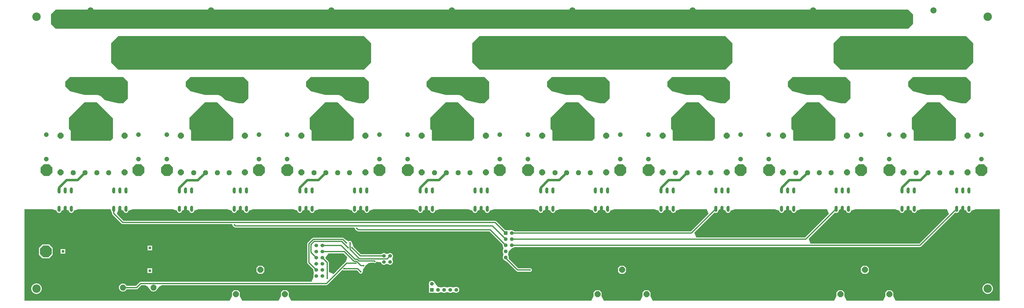
<source format=gbl>
G04*
G04 #@! TF.GenerationSoftware,Altium Limited,Altium Designer,19.1.9 (167)*
G04*
G04 Layer_Physical_Order=2*
G04 Layer_Color=16711680*
%FSLAX44Y44*%
%MOMM*%
G71*
G01*
G75*
%ADD74C,0.5000*%
%ADD78C,1.0000*%
%ADD80C,3.5001*%
%ADD81C,1.5500*%
%ADD82R,1.5500X1.5500*%
%ADD83P,5.3240X8X292.5*%
%ADD84P,3.9930X8X292.5*%
%ADD85P,3.9930X8X202.5*%
%ADD86C,2.5000*%
%ADD87P,2.6620X8X22.5*%
%ADD88P,2.0231X8X292.5*%
%ADD89P,2.2893X8X112.5*%
%ADD90C,1.5240*%
%ADD91R,1.5500X1.5500*%
%ADD92P,3.5741X8X292.5*%
%ADD93C,3.8100*%
%ADD94C,2.5400*%
%ADD95O,1.2700X2.5400*%
%ADD96C,1.1000*%
%ADD97R,1.1000X1.1000*%
%ADD98P,2.6620X8X292.5*%
%ADD99C,0.7000*%
G36*
X3890000Y2939907D02*
Y2899907D01*
X3870185Y2880093D01*
X3590000Y2880093D01*
X3590000Y2880093D01*
X3587643Y2879907D01*
X3112358D01*
X3110001Y2880093D01*
X3110000Y2880093D01*
X3110000D01*
X2090000Y2880092D01*
X2087644Y2879907D01*
X1612358D01*
X1610000Y2880093D01*
X1610000Y2880093D01*
X1610000D01*
X590000Y2880093D01*
X587643Y2879907D01*
X330000D01*
X310000Y2899907D01*
Y2939907D01*
X330000Y2959907D01*
X3870000D01*
X3890000Y2939907D01*
D02*
G37*
G36*
X4140000Y2820000D02*
X4140000Y2740000D01*
X4110086Y2710086D01*
X4110000Y2710093D01*
X4110000Y2710093D01*
X3890000D01*
X3890000Y2710093D01*
X3888822Y2710000D01*
X3611179Y2710000D01*
X3610000Y2710093D01*
X3610000Y2710093D01*
X3589907D01*
X3560000Y2740000D01*
X3560000Y2820000D01*
X3590000Y2850000D01*
X4110000Y2850000D01*
X4140000Y2820000D01*
D02*
G37*
G36*
X3140000Y2820000D02*
X3140000Y2740000D01*
X3110086Y2710086D01*
X3110000Y2710093D01*
X3110000Y2710093D01*
X2890000D01*
X2890000Y2710093D01*
X2888821Y2710000D01*
X2611179Y2710000D01*
X2610000Y2710093D01*
X2610000Y2710093D01*
X2390000D01*
X2390000Y2710093D01*
X2388820Y2710000D01*
X2111180Y2710000D01*
X2110000Y2710093D01*
X2110000Y2710093D01*
X2089907D01*
X2060000Y2740000D01*
X2060000Y2820000D01*
X2090000Y2850000D01*
X3110000Y2850000D01*
X3140000Y2820000D01*
D02*
G37*
G36*
X1640000D02*
X1640000Y2740000D01*
X1610086Y2710086D01*
X1610000Y2710093D01*
X1610000Y2710093D01*
X1390000D01*
X1390000Y2710093D01*
X1388821Y2710000D01*
X1111179Y2710000D01*
X1110000Y2710093D01*
X1110000Y2710093D01*
X890000D01*
X890000Y2710093D01*
X888820Y2710000D01*
X611180Y2710000D01*
X610000Y2710093D01*
X610000Y2710093D01*
X589907D01*
X560000Y2740000D01*
X560000Y2820000D01*
X590000Y2850000D01*
X1610000Y2850000D01*
X1640000Y2820000D01*
D02*
G37*
G36*
X4130000Y2660000D02*
Y2590000D01*
X4110000Y2570000D01*
X4090000D01*
X4050000Y2580000D01*
X4033410Y2584147D01*
X4021279Y2596279D01*
X4017688Y2599346D01*
X4013662Y2601813D01*
X4009299Y2603620D01*
X4004708Y2604722D01*
X4000000Y2605093D01*
X4000000Y2605093D01*
X3950000D01*
X3949718Y2605070D01*
X3890000Y2620000D01*
X3870000Y2640000D01*
X3870000Y2660000D01*
X3890000Y2680000D01*
X4110000D01*
X4130000Y2660000D01*
D02*
G37*
G36*
X3630000Y2660000D02*
Y2590000D01*
X3610000Y2570000D01*
X3590000D01*
X3550000Y2580000D01*
X3533410Y2584147D01*
X3521279Y2596279D01*
X3517688Y2599346D01*
X3513662Y2601813D01*
X3509299Y2603620D01*
X3504708Y2604722D01*
X3500000Y2605093D01*
X3500000Y2605093D01*
X3450000D01*
X3449718Y2605070D01*
X3390000Y2620000D01*
X3370000Y2640000D01*
X3370000Y2660000D01*
X3390000Y2680000D01*
X3610000D01*
X3630000Y2660000D01*
D02*
G37*
G36*
X3130000D02*
Y2590000D01*
X3110000Y2570000D01*
X3090000D01*
X3050000Y2580000D01*
X3033410Y2584147D01*
X3021279Y2596279D01*
X3017688Y2599346D01*
X3013662Y2601813D01*
X3009299Y2603620D01*
X3004708Y2604722D01*
X3000000Y2605093D01*
X3000000Y2605093D01*
X2950000D01*
X2949718Y2605070D01*
X2890000Y2620000D01*
X2870000Y2640000D01*
X2870000Y2660000D01*
X2890000Y2680000D01*
X3110000D01*
X3130000Y2660000D01*
D02*
G37*
G36*
X2630000D02*
Y2590000D01*
X2610000Y2570000D01*
X2590000D01*
X2550000Y2580000D01*
X2533410Y2584147D01*
X2521279Y2596279D01*
X2517688Y2599346D01*
X2513662Y2601813D01*
X2509299Y2603620D01*
X2504707Y2604722D01*
X2500000Y2605093D01*
X2500000Y2605093D01*
X2450000D01*
X2449718Y2605070D01*
X2390000Y2620000D01*
X2370000Y2640000D01*
X2370000Y2660000D01*
X2390000Y2680000D01*
X2610000D01*
X2630000Y2660000D01*
D02*
G37*
G36*
X2130000Y2660000D02*
Y2590000D01*
X2110000Y2570000D01*
X2090000D01*
X2050000Y2580000D01*
X2033410Y2584147D01*
X2021279Y2596279D01*
X2017688Y2599346D01*
X2013662Y2601813D01*
X2009299Y2603620D01*
X2004707Y2604722D01*
X2000000Y2605093D01*
X2000000Y2605093D01*
X1950000D01*
X1949718Y2605070D01*
X1890000Y2620000D01*
X1870000Y2640000D01*
X1870000Y2660000D01*
X1890000Y2680000D01*
X2110000D01*
X2130000Y2660000D01*
D02*
G37*
G36*
X1630000Y2660000D02*
Y2590000D01*
X1610000Y2570000D01*
X1590000D01*
X1550000Y2580000D01*
X1533410Y2584147D01*
X1521279Y2596279D01*
X1517688Y2599346D01*
X1513662Y2601813D01*
X1509299Y2603620D01*
X1504707Y2604722D01*
X1500000Y2605093D01*
X1500000Y2605093D01*
X1450000D01*
X1449718Y2605070D01*
X1390000Y2620000D01*
X1370000Y2640000D01*
X1370000Y2660000D01*
X1390000Y2680000D01*
X1610000D01*
X1630000Y2660000D01*
D02*
G37*
G36*
X1130000D02*
Y2590000D01*
X1110000Y2570000D01*
X1090000D01*
X1050000Y2580000D01*
X1033410Y2584147D01*
X1021279Y2596279D01*
X1017688Y2599346D01*
X1013662Y2601813D01*
X1009299Y2603620D01*
X1004707Y2604722D01*
X1000000Y2605093D01*
X1000000Y2605093D01*
X950000D01*
X949718Y2605070D01*
X890000Y2620000D01*
X870000Y2640000D01*
X870000Y2660000D01*
X890000Y2680000D01*
X1110000D01*
X1130000Y2660000D01*
D02*
G37*
G36*
X630000D02*
Y2590000D01*
X610000Y2570000D01*
X590000D01*
X550000Y2580000D01*
X533410Y2584147D01*
X521279Y2596279D01*
X517688Y2599346D01*
X513662Y2601813D01*
X509299Y2603620D01*
X504707Y2604722D01*
X500000Y2605093D01*
X500000Y2605093D01*
X450000D01*
X449718Y2605070D01*
X390000Y2620000D01*
X370000Y2640000D01*
X370000Y2660000D01*
X390000Y2680000D01*
X610000D01*
X630000Y2660000D01*
D02*
G37*
G36*
X4067500Y2507500D02*
Y2425000D01*
X4057500Y2415000D01*
X3895000Y2415000D01*
X3892297Y2417703D01*
Y2457348D01*
X3885000Y2464645D01*
X3885000Y2510000D01*
X3950000Y2575000D01*
X4000000D01*
X4067500Y2507500D01*
D02*
G37*
G36*
X3567500D02*
Y2425000D01*
X3557500Y2415000D01*
X3395000Y2415000D01*
X3392297Y2417703D01*
Y2457348D01*
X3385000Y2464645D01*
X3385000Y2510000D01*
X3450000Y2575000D01*
X3500000D01*
X3567500Y2507500D01*
D02*
G37*
G36*
X3067500D02*
Y2425000D01*
X3057500Y2415000D01*
X2895000Y2415000D01*
X2892297Y2417703D01*
Y2457348D01*
X2885000Y2464645D01*
X2885000Y2510000D01*
X2950000Y2575000D01*
X3000000D01*
X3067500Y2507500D01*
D02*
G37*
G36*
X2567500D02*
Y2425000D01*
X2557500Y2415000D01*
X2395000Y2415000D01*
X2392297Y2417703D01*
Y2457348D01*
X2385000Y2464645D01*
X2385000Y2510000D01*
X2450000Y2575000D01*
X2500000D01*
X2567500Y2507500D01*
D02*
G37*
G36*
X2067500D02*
Y2425000D01*
X2057500Y2415000D01*
X1895000Y2415000D01*
X1892297Y2417703D01*
Y2457348D01*
X1885000Y2464645D01*
X1885000Y2510000D01*
X1950000Y2575000D01*
X2000000D01*
X2067500Y2507500D01*
D02*
G37*
G36*
X1567500D02*
Y2425000D01*
X1557500Y2415000D01*
X1395000Y2415000D01*
X1392297Y2417703D01*
Y2457348D01*
X1385000Y2464645D01*
X1385000Y2510000D01*
X1450000Y2575000D01*
X1500000D01*
X1567500Y2507500D01*
D02*
G37*
G36*
X1067500D02*
Y2425000D01*
X1057500Y2415000D01*
X895000Y2415000D01*
X892297Y2417703D01*
Y2457348D01*
X885000Y2464645D01*
X885000Y2510000D01*
X950000Y2575000D01*
X1000000D01*
X1067500Y2507500D01*
D02*
G37*
G36*
X567500D02*
Y2425000D01*
X557500Y2415000D01*
X395000Y2415000D01*
X392297Y2417703D01*
Y2457348D01*
X385000Y2464645D01*
X385000Y2510000D01*
X450000Y2575000D01*
X500000D01*
X567500Y2507500D01*
D02*
G37*
G36*
X3040819Y2111522D02*
X2967132Y2037836D01*
X2233954D01*
X2233143Y2039793D01*
X2224150Y2043518D01*
X2224150Y2043518D01*
X2210500Y2042550D01*
X2202681D01*
X2195325Y2044175D01*
X2159525Y2079975D01*
X2154550Y2082036D01*
X2154550Y2082036D01*
X611664D01*
X590635Y2103064D01*
X584170Y2111205D01*
X591503Y2130000D01*
X593881D01*
X611391Y2123989D01*
X611391Y2123989D01*
X614025Y2117628D01*
X614025D01*
X621947Y2114347D01*
X629868Y2117628D01*
X629868D01*
X632503Y2123989D01*
X632503D01*
X632503Y2123989D01*
X650013Y2130000D01*
X815987D01*
X833497Y2123989D01*
X833497Y2123988D01*
X836132Y2117628D01*
X836132D01*
X844053Y2114347D01*
X851975Y2117628D01*
X851975D01*
X854609Y2123988D01*
X854609D01*
X854609Y2123989D01*
X869453Y2129085D01*
X884297Y2123989D01*
X884297Y2123988D01*
X886932Y2117628D01*
X886932D01*
X894853Y2114347D01*
X902775Y2117628D01*
X902775D01*
X905409Y2123988D01*
X905409D01*
X905409Y2123989D01*
X922919Y2130000D01*
X1043081D01*
X1060591Y2123989D01*
X1060591Y2123988D01*
X1063225Y2117628D01*
X1063225D01*
X1071147Y2114347D01*
X1079068Y2117628D01*
X1079068D01*
X1081703Y2123988D01*
X1081703D01*
X1081703Y2123989D01*
X1096547Y2129085D01*
X1111391Y2123989D01*
X1111391Y2123988D01*
X1114025Y2117628D01*
X1114025D01*
X1121947Y2114347D01*
X1129868Y2117628D01*
X1129868D01*
X1132503Y2123988D01*
X1132503D01*
X1132503Y2123989D01*
X1150013Y2130000D01*
X1315987D01*
X1333497Y2123989D01*
X1333497Y2123988D01*
X1336131Y2117628D01*
X1336132D01*
X1344053Y2114347D01*
X1351975Y2117628D01*
X1351975D01*
X1354609Y2123988D01*
X1354609D01*
X1354609Y2123989D01*
X1369453Y2129085D01*
X1384297Y2123989D01*
X1384297Y2123988D01*
X1386931Y2117628D01*
X1386932D01*
X1394853Y2114347D01*
X1402775Y2117628D01*
X1402775D01*
X1405409Y2123988D01*
X1405409D01*
X1405409Y2123989D01*
X1422919Y2130000D01*
X1543081D01*
X1560591Y2123989D01*
X1560591Y2123988D01*
X1563225Y2117628D01*
X1563225D01*
X1571147Y2114347D01*
X1579068Y2117628D01*
X1579068D01*
X1581703Y2123988D01*
X1581703D01*
X1581703Y2123989D01*
X1596547Y2129085D01*
X1611391Y2123989D01*
X1611391Y2123988D01*
X1614025Y2117628D01*
X1614025D01*
X1621947Y2114347D01*
X1629868Y2117628D01*
X1629868D01*
X1632503Y2123988D01*
X1632503D01*
X1632503Y2123989D01*
X1650013Y2130000D01*
X1815987D01*
X1833497Y2123989D01*
X1833497Y2123988D01*
X1836131Y2117628D01*
X1836132D01*
X1844053Y2114347D01*
X1851975Y2117628D01*
X1851975D01*
X1854609Y2123988D01*
X1854609D01*
X1854609Y2123989D01*
X1869453Y2129085D01*
X1884297Y2123989D01*
X1884297Y2123988D01*
X1886931Y2117628D01*
X1886932D01*
X1894853Y2114347D01*
X1902775Y2117628D01*
X1902775D01*
X1905409Y2123988D01*
X1905409D01*
X1905409Y2123989D01*
X1922919Y2130000D01*
X2043081D01*
X2060591Y2123989D01*
X2060591Y2123988D01*
X2063225Y2117628D01*
X2063225D01*
X2071147Y2114347D01*
X2079068Y2117628D01*
X2079068D01*
X2081703Y2123988D01*
X2081703D01*
X2081703Y2123989D01*
X2096547Y2129085D01*
X2111391Y2123989D01*
X2111391Y2123988D01*
X2114025Y2117628D01*
X2114025D01*
X2121947Y2114347D01*
X2129868Y2117628D01*
X2129868D01*
X2132503Y2123988D01*
X2132503D01*
X2132503Y2123989D01*
X2150013Y2130000D01*
X2315987D01*
X2333497Y2123989D01*
X2333497Y2123988D01*
X2336131Y2117628D01*
X2336132D01*
X2344053Y2114347D01*
X2351975Y2117628D01*
X2351975D01*
X2354609Y2123988D01*
X2354609D01*
X2354609Y2123989D01*
X2369453Y2129085D01*
X2384297Y2123989D01*
X2384297Y2123988D01*
X2386931Y2117628D01*
X2386932D01*
X2394853Y2114347D01*
X2402775Y2117628D01*
X2402775D01*
X2405409Y2123988D01*
X2405409D01*
X2405409Y2123989D01*
X2422919Y2130000D01*
X2543081D01*
X2560591Y2123989D01*
X2560591Y2123988D01*
X2563225Y2117628D01*
X2563225D01*
X2571147Y2114347D01*
X2579068Y2117628D01*
X2579068D01*
X2581703Y2123988D01*
X2581703D01*
X2581703Y2123989D01*
X2596547Y2129085D01*
X2611391Y2123989D01*
X2611391Y2123988D01*
X2614025Y2117628D01*
X2614025D01*
X2621947Y2114347D01*
X2629868Y2117628D01*
X2629868D01*
X2632503Y2123988D01*
X2632503D01*
X2632503Y2123989D01*
X2650013Y2130000D01*
X2815987D01*
X2833497Y2123989D01*
X2833497Y2123989D01*
X2836132Y2117628D01*
X2836132D01*
X2844053Y2114347D01*
X2851974Y2117628D01*
X2851975D01*
X2854609Y2123989D01*
X2854609D01*
X2854609Y2123989D01*
X2869453Y2129085D01*
X2884297Y2123989D01*
X2884297Y2123989D01*
X2886931Y2117628D01*
X2886931D01*
X2894853Y2114347D01*
X2902775Y2117628D01*
X2902775D01*
X2905409Y2123989D01*
X2905409D01*
X2905409Y2123989D01*
X2922919Y2130000D01*
X3033166D01*
X3040819Y2111522D01*
D02*
G37*
G36*
X4250000Y1750000D02*
X3817529D01*
X3807897Y1768652D01*
X3807897Y1770000D01*
Y1784949D01*
X3799749Y1793097D01*
X3783452D01*
X3775303Y1784949D01*
Y1770000D01*
X3775303Y1768652D01*
X3765671Y1750000D01*
X3614329D01*
X3604697Y1768652D01*
X3604697Y1770000D01*
Y1784949D01*
X3596548Y1793097D01*
X3580252D01*
X3572103Y1784949D01*
Y1770000D01*
X3572103Y1768652D01*
X3562471Y1750000D01*
X2809129D01*
X2799496Y1768652D01*
X2799496Y1770000D01*
Y1784949D01*
X2791348Y1793097D01*
X2775051D01*
X2766903Y1784949D01*
Y1770000D01*
X2766903Y1768652D01*
X2757271Y1750000D01*
X2605929D01*
X2596296Y1768652D01*
X2596296Y1770000D01*
Y1784949D01*
X2588148Y1793097D01*
X2571852D01*
X2563703Y1784949D01*
Y1770000D01*
X2563703Y1768652D01*
X2554071Y1750000D01*
X1307529D01*
X1297897Y1768652D01*
X1297897Y1770000D01*
Y1784949D01*
X1289748Y1793097D01*
X1273452D01*
X1265303Y1784949D01*
Y1770000D01*
X1265303Y1768652D01*
X1255671Y1750000D01*
X1104329D01*
X1094697Y1768652D01*
X1094697Y1770000D01*
Y1784949D01*
X1086548Y1793097D01*
X1070252D01*
X1062103Y1784949D01*
Y1770000D01*
X1062103Y1768652D01*
X1052471Y1750000D01*
X200000D01*
Y2130000D01*
X315987D01*
X333497Y2123989D01*
X333497Y2123989D01*
X336132Y2117628D01*
X336132D01*
X344053Y2114347D01*
X351975Y2117628D01*
X351975D01*
X354609Y2123989D01*
X354609D01*
X354609Y2123989D01*
X369453Y2129085D01*
X384297Y2123989D01*
X384297Y2123989D01*
X386931Y2117628D01*
X386932D01*
X394853Y2114347D01*
X402775Y2117628D01*
X402775D01*
X405409Y2123989D01*
X405409D01*
X405409Y2123989D01*
X422919Y2130000D01*
X557826D01*
X564111Y2112603D01*
X566172Y2107628D01*
X603775Y2070025D01*
X603775Y2070025D01*
X608750Y2067964D01*
X608750Y2067964D01*
X1061901D01*
X1063882Y2065000D01*
X1066260Y2059260D01*
X1069695Y2057355D01*
X1071260Y2055791D01*
X1071260Y2055791D01*
X1076234Y2053730D01*
X1076235Y2053730D01*
X1076235Y2053730D01*
X1078743Y2053730D01*
X1569901D01*
X1571882Y2050765D01*
X1574260Y2045025D01*
X1576873Y2043943D01*
X1580790Y2040025D01*
X1580790Y2040025D01*
X1585765Y2037964D01*
X2130836D01*
X2185375Y1983425D01*
X2186097Y1980157D01*
X2186032Y1980000D01*
X2186032Y1980000D01*
X2188916Y1967300D01*
X2186032Y1954600D01*
X2186032Y1954600D01*
X2186032Y1954600D01*
X2188916Y1941900D01*
X2186032Y1929200D01*
X2186032Y1929200D01*
X2189757Y1920207D01*
X2190944Y1919715D01*
X2191891Y1919066D01*
X2196688Y1915775D01*
X2206518Y1909032D01*
X2207622Y1907928D01*
X2234486Y1881064D01*
X2243025Y1872525D01*
X2243025Y1872525D01*
X2248000Y1870464D01*
X2248000Y1870464D01*
X2287465D01*
X2296637Y1870464D01*
X2299250Y1869382D01*
X2304990Y1871760D01*
X2307368Y1877500D01*
X2304990Y1883240D01*
X2299250Y1885618D01*
X2296637Y1884536D01*
X2287396Y1884536D01*
X2260482D01*
X2250914Y1884536D01*
X2243888Y1891562D01*
X2219697Y1915752D01*
X2210284Y1925166D01*
X2210774Y1927269D01*
X2211468Y1929200D01*
X2211468Y1929200D01*
X2211283Y1930017D01*
X2210781Y1932227D01*
X2208585Y1941900D01*
X2211468Y1954600D01*
X2211468Y1954600D01*
X2224150Y1967282D01*
X2233143Y1971007D01*
X2233954Y1972964D01*
X3919247D01*
X3919247Y1972964D01*
X3924222Y1975025D01*
X4065771Y2116574D01*
X4071147Y2114347D01*
X4079068Y2117628D01*
X4082350Y2125550D01*
X4086800Y2130000D01*
X4093881D01*
X4111391Y2123989D01*
X4111391Y2123988D01*
X4114025Y2117628D01*
X4114025D01*
X4121947Y2114347D01*
X4129868Y2117628D01*
X4129868D01*
X4132503Y2123988D01*
X4132503D01*
X4132503Y2123989D01*
X4150013Y2130000D01*
X4250000D01*
Y1750000D01*
D02*
G37*
G36*
X4039297Y2110000D02*
X3916333Y1987036D01*
X3464517D01*
X3456232Y2007036D01*
X3565771Y2116574D01*
X3571147Y2114347D01*
X3579068Y2117628D01*
X3582350Y2125550D01*
X3586800Y2130000D01*
X3593881D01*
X3611391Y2123989D01*
X3611391Y2123988D01*
X3614025Y2117628D01*
X3614025D01*
X3621947Y2114347D01*
X3629868Y2117628D01*
X3629868D01*
X3632503Y2123988D01*
X3632503D01*
X3632503Y2123989D01*
X3650013Y2130000D01*
X3815987D01*
X3833497Y2123989D01*
X3833497Y2123988D01*
X3836132Y2117628D01*
X3836132D01*
X3844053Y2114347D01*
X3851974Y2117628D01*
X3851975D01*
X3854609Y2123988D01*
X3854609D01*
X3854609Y2123989D01*
X3869453Y2129085D01*
X3884297Y2123989D01*
X3884297Y2123988D01*
X3886931Y2117628D01*
X3886931D01*
X3894853Y2114347D01*
X3902775Y2117628D01*
X3902775D01*
X3905409Y2123988D01*
X3905409D01*
X3905409Y2123989D01*
X3922919Y2130000D01*
X4031013D01*
X4039297Y2110000D01*
D02*
G37*
G36*
X3540820Y2111522D02*
X3441733Y2012435D01*
X2989916D01*
X2981632Y2032435D01*
X3065771Y2116574D01*
X3071147Y2114347D01*
X3079068Y2117628D01*
X3082350Y2125550D01*
X3086800Y2130000D01*
X3093881D01*
X3111391Y2123989D01*
X3111391Y2123989D01*
X3114025Y2117628D01*
X3114025D01*
X3121947Y2114347D01*
X3129868Y2117628D01*
X3129868D01*
X3132503Y2123989D01*
X3132503D01*
X3132503Y2123989D01*
X3150013Y2130000D01*
X3315987D01*
X3333497Y2123989D01*
X3333497Y2123988D01*
X3336132Y2117628D01*
X3336132D01*
X3344053Y2114347D01*
X3351974Y2117628D01*
X3351975D01*
X3354609Y2123988D01*
X3354609D01*
X3354609Y2123989D01*
X3369453Y2129085D01*
X3384297Y2123989D01*
X3384297Y2123988D01*
X3386931Y2117628D01*
X3386931D01*
X3394853Y2114347D01*
X3402775Y2117628D01*
X3402775D01*
X3405409Y2123988D01*
X3405409D01*
X3405409Y2123989D01*
X3422919Y2130000D01*
X3533166D01*
X3540820Y2111522D01*
D02*
G37*
%LPC*%
G36*
X730500Y1978500D02*
X711500D01*
Y1959500D01*
X730500D01*
Y1978500D01*
D02*
G37*
G36*
X369500Y1964500D02*
X350500D01*
Y1945500D01*
X369500D01*
Y1964500D01*
D02*
G37*
G36*
X303297Y1983593D02*
X274703D01*
X260407Y1969297D01*
Y1940703D01*
X274703Y1926407D01*
X303297D01*
X317593Y1940703D01*
Y1969297D01*
X303297Y1983593D01*
D02*
G37*
G36*
X1399686Y2011536D02*
X1394711Y2009475D01*
Y2009475D01*
X1376525Y1991289D01*
X1374464Y1986314D01*
X1374465Y1986314D01*
Y1956186D01*
X1374464Y1915484D01*
Y1908400D01*
X1374464Y1908399D01*
X1376525Y1903425D01*
X1381311Y1898639D01*
X1387112Y1892838D01*
X1394819Y1885131D01*
X1398974Y1880976D01*
X1399691Y1877732D01*
X1399673Y1877650D01*
X1399673Y1877650D01*
X1400154Y1874547D01*
X1401643Y1864950D01*
X1399673Y1852250D01*
X1401211Y1848535D01*
X1394763Y1834465D01*
X1392046Y1828536D01*
X1368434Y1828536D01*
X783217D01*
X765003Y1828536D01*
X755214Y1828536D01*
Y1828536D01*
X755214D01*
Y1828536D01*
X735974Y1828535D01*
X716786Y1828536D01*
X702945D01*
X692217D01*
X683101Y1828536D01*
X678126Y1826475D01*
X675263Y1823613D01*
X668456Y1816805D01*
X663186Y1811536D01*
X654080Y1811536D01*
X631749D01*
X624143D01*
X621622Y1815309D01*
X620896Y1816396D01*
X620896Y1816396D01*
X620057Y1816956D01*
X615438Y1820043D01*
X609000Y1821323D01*
X609000Y1821323D01*
X609000Y1821323D01*
X602562Y1820043D01*
X602562Y1820043D01*
X602347Y1819899D01*
X597104Y1816396D01*
X594184Y1812025D01*
X593457Y1810938D01*
X593407Y1810684D01*
X592211Y1804670D01*
X592177Y1804500D01*
X592211Y1804330D01*
X593457Y1798062D01*
X593457Y1798062D01*
X596378Y1793691D01*
X597104Y1792604D01*
X597104D01*
X602347Y1789101D01*
X602562Y1788957D01*
X602562Y1788957D01*
X609000Y1787677D01*
X609000Y1787677D01*
X610282Y1787932D01*
X615438Y1788957D01*
X615438Y1788957D01*
X620896Y1792604D01*
Y1792604D01*
X621622Y1793690D01*
X624143Y1797464D01*
X631733D01*
X655240D01*
X666100D01*
X666100Y1797464D01*
X671075Y1799525D01*
X680745Y1809195D01*
X686015Y1814464D01*
X688394D01*
X700767D01*
X704659Y1812358D01*
X711721Y1808535D01*
X723549Y1793435D01*
X724104Y1792604D01*
X724104Y1792604D01*
X729562Y1788957D01*
X729562Y1788957D01*
X736000Y1787677D01*
X737282Y1787932D01*
X737282D01*
X742438Y1788957D01*
X742438Y1788957D01*
X747896Y1792604D01*
Y1792604D01*
X748451Y1793435D01*
X760279Y1808535D01*
Y1808535D01*
X760279Y1808535D01*
Y1808535D01*
X771233Y1814464D01*
X794641Y1814464D01*
X1379897D01*
X1399464D01*
X1404047Y1814464D01*
X1404047Y1814464D01*
X1406217Y1814464D01*
X1449401D01*
X1454642D01*
X1454642Y1814464D01*
X1459617Y1816525D01*
X1466447Y1823355D01*
X1478201Y1835109D01*
X1505975Y1862883D01*
X1505975Y1862883D01*
X1506297Y1863661D01*
X1518529Y1875893D01*
X1520122Y1877486D01*
X1521260Y1877260D01*
X1527000Y1874882D01*
X1527000Y1874882D01*
X1529613Y1875964D01*
X1578619D01*
X1581086D01*
X1584269Y1872782D01*
X1589927Y1867123D01*
X1591010Y1864510D01*
X1596750Y1862132D01*
X1602490Y1864510D01*
X1604868Y1870250D01*
X1606905Y1881394D01*
X1613740Y1889760D01*
X1616118Y1895500D01*
X1630094Y1906631D01*
X1648760Y1908010D01*
X1654500Y1905632D01*
X1660240Y1908010D01*
X1661945Y1912126D01*
X1681095Y1909376D01*
X1681095Y1909376D01*
X1684107Y1902106D01*
X1693000Y1898423D01*
X1701894Y1902106D01*
X1709507D01*
X1718400Y1898423D01*
X1718400Y1898423D01*
X1727294Y1902106D01*
X1730978Y1911000D01*
X1730978Y1911000D01*
X1730688Y1912266D01*
X1728119Y1923500D01*
X1730978Y1936000D01*
X1730978Y1936000D01*
X1730978Y1936000D01*
X1727294Y1944894D01*
X1718400Y1948578D01*
X1716733Y1947887D01*
X1709839Y1945031D01*
X1705913Y1944894D01*
X1701894D01*
X1693000Y1948578D01*
X1684107Y1944894D01*
X1683337Y1943036D01*
X1597664D01*
X1567073Y1973627D01*
X1565990Y1976240D01*
X1563127Y1983364D01*
X1560290Y1990422D01*
X1560290Y1990422D01*
X1557912Y1996163D01*
X1552172Y1998540D01*
X1546432Y1996163D01*
X1530169Y2006031D01*
X1526725Y2009475D01*
X1521750Y2011536D01*
X1521750Y2011536D01*
X1399686D01*
X1399686Y2011536D01*
D02*
G37*
G36*
X730250Y1884250D02*
X711250D01*
Y1865250D01*
X730250D01*
Y1884250D01*
D02*
G37*
G36*
X1188148Y1894697D02*
X1171852D01*
X1163703Y1886549D01*
Y1870252D01*
X1171852Y1862104D01*
X1188148D01*
X1196297Y1870252D01*
Y1886549D01*
X1188148Y1894697D01*
D02*
G37*
G36*
X2689748Y1894697D02*
X2673452D01*
X2665303Y1886549D01*
Y1870252D01*
X2673452Y1862104D01*
X2689748D01*
X2697896Y1870252D01*
Y1886549D01*
X2689748Y1894697D01*
D02*
G37*
G36*
X3698148Y1894697D02*
X3681852D01*
X3673703Y1886549D01*
Y1870252D01*
X3681852Y1862104D01*
X3698148D01*
X3706297Y1870252D01*
Y1886549D01*
X3698148Y1894697D01*
D02*
G37*
G36*
X1892050Y1833149D02*
X1883057Y1829424D01*
X1879332Y1820431D01*
X1879332Y1820431D01*
X1879371Y1819697D01*
X1879786Y1811762D01*
X1880300Y1801953D01*
X1880300Y1790932D01*
Y1783281D01*
X1887951D01*
X1898973Y1783281D01*
X1917450Y1782313D01*
X1917450Y1782313D01*
X1930150Y1785196D01*
X1942850Y1782313D01*
X1942850Y1782313D01*
X1942850Y1782313D01*
X1955550Y1785196D01*
X1968250Y1782313D01*
X1968250Y1782313D01*
X1968250Y1782313D01*
X1980950Y1785196D01*
X1993650Y1782313D01*
X1993650Y1782313D01*
X2002643Y1786038D01*
X2006368Y1795031D01*
X2002643Y1804024D01*
X1993650Y1807749D01*
X1993650Y1807749D01*
X1992751Y1807545D01*
X1980950Y1804866D01*
X1968250Y1807749D01*
X1968250Y1807749D01*
X1968250Y1807749D01*
X1955550Y1804866D01*
X1942850Y1807749D01*
X1942850Y1807749D01*
X1942850Y1807749D01*
X1930150Y1804866D01*
X1917450Y1807749D01*
X1917450Y1807749D01*
X1912443Y1812756D01*
X1901535Y1828237D01*
X1901043Y1829424D01*
X1892050Y1833149D01*
D02*
G37*
G36*
X4200000Y1821922D02*
X4191611Y1820253D01*
X4184499Y1815501D01*
X4179747Y1808389D01*
X4178078Y1800000D01*
X4179747Y1791611D01*
X4184499Y1784499D01*
X4191611Y1779747D01*
X4200000Y1778078D01*
X4208389Y1779747D01*
X4215501Y1784499D01*
X4220253Y1791611D01*
X4221922Y1800000D01*
X4220253Y1808389D01*
X4215501Y1815501D01*
X4208389Y1820253D01*
X4200000Y1821922D01*
D02*
G37*
G36*
X250000D02*
X241611Y1820253D01*
X234499Y1815501D01*
X229747Y1808389D01*
X228078Y1800000D01*
X229747Y1791611D01*
X234499Y1784499D01*
X241611Y1779747D01*
X250000Y1778078D01*
X258389Y1779747D01*
X265501Y1784499D01*
X270253Y1791611D01*
X271922Y1800000D01*
X270253Y1808389D01*
X265501Y1815501D01*
X258389Y1820253D01*
X250000Y1821922D01*
D02*
G37*
%LPD*%
G36*
X1539850Y1932200D02*
X1539452Y1926727D01*
X1537011Y1918437D01*
X1533476Y1910756D01*
X1533251Y1910515D01*
X1496025Y1873289D01*
X1495703Y1872510D01*
X1484286Y1861093D01*
X1464285Y1869377D01*
Y1908250D01*
X1464286Y1908250D01*
X1462225Y1913225D01*
X1462225Y1913225D01*
X1450526Y1924924D01*
X1449804Y1928193D01*
X1449827Y1928250D01*
X1462804Y1946614D01*
X1525436D01*
X1539850Y1932200D01*
D02*
G37*
D74*
X1076235Y2060765D02*
X2143385D01*
X1072000Y2065000D02*
X1076235Y2060765D01*
X950516Y2280106D02*
X952000Y2281591D01*
X1942850Y1820431D02*
X1993650D01*
X475000Y2005000D02*
X517000D01*
X1490500Y1872500D02*
X1490750Y1872750D01*
X578000Y1944000D02*
X749000D01*
X1687601Y1992199D02*
X1743800Y1936000D01*
X1606600Y1992199D02*
X1687601D01*
X1518000Y1996500D02*
X1544000Y1970500D01*
X1403000Y1996500D02*
X1518000D01*
X1552172Y1963519D02*
Y1990422D01*
X1521750Y2004500D02*
X1536000Y1990250D01*
X1560250Y1970500D02*
X1594750Y1936000D01*
X1490500Y1901000D02*
X1490750Y1900750D01*
Y1872750D02*
Y1900750D01*
X1490500Y1872500D02*
X1491000Y1872000D01*
X1489000Y1901000D02*
X1490500D01*
X1470000Y1920000D02*
X1489000Y1901000D01*
X1501000Y1867858D02*
Y1868314D01*
X1454642Y1821500D02*
X1501000Y1867858D01*
X683100Y1821500D02*
X1454642D01*
X1501000Y1868314D02*
X1538436Y1905750D01*
X1457250Y1842750D02*
Y1908250D01*
X1437250Y1928250D02*
X1457250Y1908250D01*
X755250Y1899750D02*
X800000Y1855000D01*
X720750Y1899750D02*
X755250D01*
X749000Y1944000D02*
X790000Y1985000D01*
X566000Y1956000D02*
X578000Y1944000D01*
X369453Y2070047D02*
X434750Y2004750D01*
X369453Y2070047D02*
Y2131900D01*
X434750Y2004750D02*
X475500D01*
X360000Y1930000D02*
X434750Y2004750D01*
X360000Y1920000D02*
Y1930000D01*
X596547Y2125550D02*
X617097Y2105000D01*
X596547Y2125550D02*
Y2131900D01*
X617097Y2105000D02*
X848903D01*
X869453Y2125550D01*
X890003Y2105000D02*
X1075997D01*
X869453Y2125550D02*
X890003Y2105000D01*
X869453Y2125550D02*
Y2131900D01*
X1075997Y2105000D02*
X1096546Y2125550D01*
X1117096Y2105000D01*
X1096546Y2125550D02*
Y2131900D01*
X1117096Y2105000D02*
X1348903D01*
X1369453Y2125550D01*
X1390003Y2105000D02*
X1575997D01*
X1369453Y2125550D02*
X1390003Y2105000D01*
X1369453Y2125550D02*
Y2131900D01*
X1575997Y2105000D02*
X1596547Y2125550D01*
Y2131900D01*
X1617097Y2105000D02*
X1848903D01*
X1596547Y2125550D02*
X1617097Y2105000D01*
X1848903D02*
X1869453Y2125550D01*
Y2131900D01*
Y2125550D02*
X1890003Y2105000D01*
X2075997D01*
X2096547Y2125550D01*
X2117097Y2105000D02*
X2348904D01*
X2096547Y2125550D02*
X2117097Y2105000D01*
X2096547Y2125550D02*
Y2131900D01*
X2348904Y2105000D02*
X2369453Y2125550D01*
Y2131900D01*
X517000Y2005000D02*
X566000Y1956000D01*
X666100Y1804500D02*
X683100Y1821500D01*
X1538436Y1905750D02*
X1576000D01*
X1528000Y1831000D02*
X1610125D01*
X1510500Y1848500D02*
X1528000Y1831000D01*
X1584000Y1883000D02*
X1596750Y1870250D01*
X1527000Y1883000D02*
X1584000D01*
X1610063Y1831063D02*
X1610125Y1831000D01*
X1610063Y1831063D02*
Y1861937D01*
X1610000Y1862000D02*
X1610063Y1861937D01*
X1993650Y1820431D02*
X1993650Y1820431D01*
X1942850D02*
X1942850Y1820431D01*
X1917450Y1820431D02*
X1942850D01*
X1826881Y1911000D02*
X1917450Y1820431D01*
X1743800Y1911000D02*
X1826881D01*
X2133750Y2045000D02*
X2198750Y1980000D01*
X1585765Y2045000D02*
X2133750D01*
X1580000Y2050765D02*
X1585765Y2045000D01*
X2154550Y2075000D02*
X2198750Y2030800D01*
X608750Y2075000D02*
X2154550D01*
X571147Y2112603D02*
X608750Y2075000D01*
X2143385Y2060765D02*
X2198750Y2005400D01*
X2369453Y2125550D02*
X2390003Y2105000D01*
X2575997D01*
X2596547Y2125550D01*
Y2131900D01*
Y2125550D02*
X2617097Y2105000D01*
X2848903D01*
X2869453Y2125550D01*
Y2131900D01*
X3096547Y2125550D02*
X3117097Y2105000D01*
X3096547Y2125550D02*
Y2131900D01*
X3117097Y2105000D02*
X3348904D01*
X3369453Y2125550D01*
Y2131900D01*
X3850000Y2105000D02*
X3869453Y2124453D01*
X3617097Y2105000D02*
X3850000D01*
X3596547Y2125550D02*
X3617097Y2105000D01*
X3869453Y2124453D02*
Y2131900D01*
X3596547Y2125550D02*
Y2131900D01*
X3444647Y2005400D02*
X3571147Y2131900D01*
X2224150Y2005400D02*
X3444647D01*
X2970047Y2030800D02*
X3071147Y2131900D01*
X2224150Y2030800D02*
X2970047D01*
X2248000Y1877500D02*
X2299250D01*
X2198750Y1926750D02*
X2248000Y1877500D01*
X2198750Y1926750D02*
Y1929200D01*
X2224150Y1980000D02*
X3919247D01*
X4063324Y2124077D01*
X4067590D01*
X4071147Y2127634D01*
Y2131900D01*
X2571147Y2125550D02*
Y2131900D01*
X571147Y2112603D02*
Y2131900D01*
X609000Y1804500D02*
X666100D01*
X735750Y1804250D02*
X736000Y1804500D01*
X1552172Y1963519D02*
X1591811Y1923880D01*
X1597314Y1895750D02*
X1608000D01*
X1579314Y1913750D02*
X1597314Y1895750D01*
X1515450Y1979050D02*
X1572750Y1921750D01*
X1437250Y1979050D02*
X1515450D01*
X1572750Y1921750D02*
X1582627D01*
X1568250Y1913750D02*
X1579314D01*
X1528350Y1953650D02*
X1568250Y1913750D01*
X1437250Y1953650D02*
X1528350D01*
X1582627Y1921750D02*
X1588877Y1915500D01*
X1591811Y1923880D02*
X1706280D01*
X1588877Y1915500D02*
X1652750D01*
X1654500Y1913750D01*
X1706280Y1923880D02*
X1718400Y1936000D01*
X1594750D02*
X1693000D01*
X1381500Y1908399D02*
Y1986314D01*
Y1908399D02*
X1412250Y1877650D01*
X1381500Y1986314D02*
X1399686Y2004500D01*
X1521750D01*
X1389500Y1983000D02*
X1403000Y1996500D01*
X1389500Y1951000D02*
Y1983000D01*
Y1951000D02*
X1412250Y1928250D01*
D78*
X3844053Y2208100D02*
X3844570Y2208617D01*
Y2219760D01*
X3875643Y2250834D01*
X3921243D01*
X3952000Y2281590D01*
X3344053Y2208100D02*
X3344570Y2208616D01*
Y2219760D01*
X3375643Y2250833D01*
X3421243D01*
X3452000Y2281590D01*
X2844053Y2208100D02*
X2844570Y2208617D01*
Y2219760D01*
X2875643Y2250834D01*
X2921244D01*
X2952000Y2281590D01*
X1844053Y2208100D02*
X1844570Y2208617D01*
Y2219760D01*
X1875643Y2250834D01*
X1921243D01*
X1952000Y2281590D01*
X1344053Y2208100D02*
X1344570Y2208616D01*
Y2219760D01*
X1375643Y2250834D01*
X1421243D01*
X1452000Y2281591D01*
X874810Y2250000D02*
X920409D01*
X844053Y2219243D02*
X874810Y2250000D01*
X844053Y2208100D02*
Y2219243D01*
X920409Y2250000D02*
X950516Y2280106D01*
X344053Y2208100D02*
X344570Y2208617D01*
Y2219760D01*
X375643Y2250834D01*
X421244D01*
X452000Y2281590D01*
X339000Y1899000D02*
X360000Y1920000D01*
X289000Y1899000D02*
X339000D01*
X2344053Y2208100D02*
X2344570Y2208616D01*
Y2219760D01*
X2375644Y2250834D01*
X2421243D01*
X2452000Y2281590D01*
D80*
X250000Y2930000D02*
D03*
X4200000D02*
D03*
Y1800000D02*
D03*
X250000D02*
D03*
D81*
X1993650Y1795031D02*
D03*
X1968250Y1820431D02*
D03*
Y1795031D02*
D03*
X1942850Y1820431D02*
D03*
Y1795031D02*
D03*
X1917450Y1820431D02*
D03*
Y1795031D02*
D03*
X1892050Y1820431D02*
D03*
X1993650D02*
D03*
X2198750Y1929200D02*
D03*
X2224150Y1954600D02*
D03*
X2198750D02*
D03*
X2224150Y1980000D02*
D03*
X2198750D02*
D03*
X2224150Y2005400D02*
D03*
X2198750D02*
D03*
X2224150Y2030800D02*
D03*
Y1929200D02*
D03*
D82*
X1892050Y1795031D02*
D03*
D83*
X289000Y1955000D02*
D03*
Y1899000D02*
D03*
X4100000Y2780000D02*
D03*
X3600000Y2780000D02*
D03*
X3100000Y2780000D02*
D03*
X2600000Y2780000D02*
D03*
X2100000Y2780000D02*
D03*
X1600000Y2780000D02*
D03*
X1100000Y2780000D02*
D03*
X600000Y2780000D02*
D03*
X4174000Y2292800D02*
D03*
X3674000Y2292800D02*
D03*
X3174001Y2292800D02*
D03*
X2674000Y2292800D02*
D03*
X2174001Y2292800D02*
D03*
X1674000Y2292800D02*
D03*
X1174000Y2292800D02*
D03*
X674000Y2292800D02*
D03*
X4025000Y2474000D02*
D03*
X3525000Y2474000D02*
D03*
X3025000Y2474000D02*
D03*
X2525000Y2474000D02*
D03*
X2025000Y2474000D02*
D03*
X1525000Y2474000D02*
D03*
X1025000Y2474000D02*
D03*
X525000Y2474000D02*
D03*
X3850000Y2920000D02*
D03*
X3350000D02*
D03*
X2850000D02*
D03*
X2350000D02*
D03*
X1850000D02*
D03*
X1350000D02*
D03*
X850000D02*
D03*
X350000D02*
D03*
X3792000Y2292800D02*
D03*
X3292000Y2292800D02*
D03*
X2792000Y2292800D02*
D03*
X2292000Y2292800D02*
D03*
X1792000Y2292800D02*
D03*
X1292000Y2292800D02*
D03*
X792000Y2292800D02*
D03*
X292000Y2292800D02*
D03*
X3928000Y2474000D02*
D03*
X3428000Y2474000D02*
D03*
X2928000Y2474000D02*
D03*
X2428000Y2474000D02*
D03*
X1928000Y2474000D02*
D03*
X1428000Y2474000D02*
D03*
X928000Y2474000D02*
D03*
X428000Y2474000D02*
D03*
D84*
X4100000Y2600000D02*
D03*
Y2650000D02*
D03*
X3600000Y2600000D02*
D03*
Y2650000D02*
D03*
X3100000Y2600000D02*
D03*
Y2650000D02*
D03*
X2600000Y2600000D02*
D03*
Y2650000D02*
D03*
X2100000Y2600000D02*
D03*
Y2650000D02*
D03*
X1600000Y2600000D02*
D03*
Y2650000D02*
D03*
X1100000Y2600000D02*
D03*
Y2650000D02*
D03*
X600000Y2600000D02*
D03*
Y2650000D02*
D03*
D85*
X3670000Y2750000D02*
D03*
X3720000D02*
D03*
X2725000Y2780000D02*
D03*
X2675000D02*
D03*
X1175000D02*
D03*
X1225000D02*
D03*
X660000Y2920000D02*
D03*
X710000D02*
D03*
D86*
X609000Y1804500D02*
D03*
X736000D02*
D03*
D87*
X3690000Y1878400D02*
D03*
X3791600Y1776800D02*
D03*
X3588400D02*
D03*
X2681600Y1878401D02*
D03*
X2783200Y1776801D02*
D03*
X2580000D02*
D03*
X1180000Y1878401D02*
D03*
X1281600Y1776801D02*
D03*
X1078400D02*
D03*
D88*
X4174001Y2338037D02*
D03*
Y2439637D02*
D03*
X3674001Y2338037D02*
D03*
Y2439637D02*
D03*
X3174001Y2338037D02*
D03*
Y2439637D02*
D03*
X2674000Y2338037D02*
D03*
Y2439637D02*
D03*
X2174001Y2338037D02*
D03*
Y2439637D02*
D03*
X1674000Y2338037D02*
D03*
Y2439637D02*
D03*
X1174001Y2338037D02*
D03*
Y2439637D02*
D03*
X674000Y2338037D02*
D03*
Y2439637D02*
D03*
X3791000Y2338037D02*
D03*
Y2439637D02*
D03*
X3291000Y2338037D02*
D03*
Y2439637D02*
D03*
X2791001Y2338037D02*
D03*
Y2439637D02*
D03*
X2291000Y2338037D02*
D03*
Y2439637D02*
D03*
X1791001Y2338037D02*
D03*
Y2439637D02*
D03*
X1291000Y2338037D02*
D03*
Y2439637D02*
D03*
X791001Y2338037D02*
D03*
Y2439637D02*
D03*
X291000Y2338037D02*
D03*
Y2439637D02*
D03*
D89*
X4050000Y2433990D02*
D03*
Y2281590D02*
D03*
X3550000Y2433990D02*
D03*
Y2281590D02*
D03*
X3050000Y2433990D02*
D03*
Y2281590D02*
D03*
X2550000Y2433991D02*
D03*
Y2281591D02*
D03*
X2050000Y2433990D02*
D03*
Y2281590D02*
D03*
X1550000Y2433990D02*
D03*
Y2281591D02*
D03*
X1050000Y2433991D02*
D03*
Y2281591D02*
D03*
X550000Y2433991D02*
D03*
Y2281591D02*
D03*
X4001000Y2433990D02*
D03*
Y2281590D02*
D03*
X3501000Y2433990D02*
D03*
Y2281590D02*
D03*
X3001000Y2433990D02*
D03*
Y2281590D02*
D03*
X2501000Y2433991D02*
D03*
Y2281591D02*
D03*
X2001000Y2433990D02*
D03*
Y2281590D02*
D03*
X1501000Y2433990D02*
D03*
Y2281591D02*
D03*
X1001000Y2433991D02*
D03*
Y2281591D02*
D03*
X501000Y2433990D02*
D03*
Y2281590D02*
D03*
X3903000Y2433990D02*
D03*
Y2281590D02*
D03*
X3403000Y2433990D02*
D03*
Y2281590D02*
D03*
X2903000Y2433990D02*
D03*
Y2281590D02*
D03*
X2403000Y2433991D02*
D03*
Y2281591D02*
D03*
X1903000Y2433990D02*
D03*
Y2281590D02*
D03*
X1403000Y2433990D02*
D03*
Y2281591D02*
D03*
X903000Y2433991D02*
D03*
Y2281591D02*
D03*
X403000Y2433990D02*
D03*
Y2281590D02*
D03*
X3952000Y2433990D02*
D03*
Y2281590D02*
D03*
X3452000Y2433990D02*
D03*
Y2281590D02*
D03*
X2952000Y2433990D02*
D03*
Y2281590D02*
D03*
X2452000Y2433991D02*
D03*
Y2281591D02*
D03*
X1952000Y2433990D02*
D03*
Y2281590D02*
D03*
X1452000Y2433990D02*
D03*
Y2281591D02*
D03*
X952000Y2433991D02*
D03*
Y2281591D02*
D03*
X452000Y2433990D02*
D03*
Y2281590D02*
D03*
D90*
X1743800Y1911000D02*
D03*
X1718400D02*
D03*
X1693000D02*
D03*
Y1936000D02*
D03*
X1718400D02*
D03*
X1743800D02*
D03*
X1412250Y1979050D02*
D03*
Y1953650D02*
D03*
Y1928250D02*
D03*
X1437250D02*
D03*
Y1953650D02*
D03*
Y1979050D02*
D03*
Y1903050D02*
D03*
Y1877650D02*
D03*
Y1852250D02*
D03*
X1412250D02*
D03*
Y1877650D02*
D03*
Y1903050D02*
D03*
D91*
X2198750Y2030800D02*
D03*
D92*
X3898800Y2651600D02*
D03*
X4051200D02*
D03*
X3398800Y2651600D02*
D03*
X3551200D02*
D03*
X2898800D02*
D03*
X3051200D02*
D03*
X2398800Y2651600D02*
D03*
X2551200D02*
D03*
X1898800Y2651600D02*
D03*
X2051200D02*
D03*
X1398800D02*
D03*
X1551200D02*
D03*
X898800Y2651600D02*
D03*
X1051200D02*
D03*
X398800Y2651600D02*
D03*
X551200D02*
D03*
D93*
X3975000Y2550000D02*
D03*
X3475000Y2550000D02*
D03*
X2975000D02*
D03*
X2475000Y2550000D02*
D03*
X1975000Y2550000D02*
D03*
X1475000D02*
D03*
X975000Y2550000D02*
D03*
X475000Y2550000D02*
D03*
D94*
X3975000Y2956400D02*
D03*
X3475000Y2956400D02*
D03*
X2975000D02*
D03*
X2475000Y2956400D02*
D03*
X1975000Y2956400D02*
D03*
X1475000D02*
D03*
X975000Y2956400D02*
D03*
X475000Y2956400D02*
D03*
D95*
X4071147Y2131900D02*
D03*
X4096547D02*
D03*
Y2208100D02*
D03*
X4071147D02*
D03*
X4121947Y2131900D02*
D03*
Y2208100D02*
D03*
X3571147Y2131900D02*
D03*
X3596547D02*
D03*
Y2208100D02*
D03*
X3571147D02*
D03*
X3621947Y2131900D02*
D03*
Y2208100D02*
D03*
X3071147Y2131900D02*
D03*
X3096547D02*
D03*
Y2208100D02*
D03*
X3071147D02*
D03*
X3121947Y2131900D02*
D03*
Y2208100D02*
D03*
X2571147Y2131900D02*
D03*
X2596547D02*
D03*
Y2208100D02*
D03*
X2571147D02*
D03*
X2621947Y2131900D02*
D03*
Y2208100D02*
D03*
X2071147Y2131900D02*
D03*
X2096547D02*
D03*
Y2208100D02*
D03*
X2071147D02*
D03*
X2121947Y2131900D02*
D03*
Y2208100D02*
D03*
X1571147Y2131900D02*
D03*
X1596547D02*
D03*
Y2208100D02*
D03*
X1571147D02*
D03*
X1621947Y2131900D02*
D03*
Y2208100D02*
D03*
X1071147Y2131900D02*
D03*
X1096547D02*
D03*
Y2208100D02*
D03*
X1071147D02*
D03*
X1121947Y2131900D02*
D03*
Y2208100D02*
D03*
X571147Y2131900D02*
D03*
X596547D02*
D03*
Y2208100D02*
D03*
X571147D02*
D03*
X621947Y2131900D02*
D03*
Y2208100D02*
D03*
X3844053Y2131900D02*
D03*
X3869453D02*
D03*
Y2208100D02*
D03*
X3844053D02*
D03*
X3894853Y2131900D02*
D03*
Y2208100D02*
D03*
X3344053Y2131900D02*
D03*
X3369453D02*
D03*
Y2208100D02*
D03*
X3344053D02*
D03*
X3394853Y2131900D02*
D03*
Y2208100D02*
D03*
X2844053Y2131900D02*
D03*
X2869453D02*
D03*
Y2208100D02*
D03*
X2844053D02*
D03*
X2894853Y2131900D02*
D03*
Y2208100D02*
D03*
X2344053Y2131900D02*
D03*
X2369453D02*
D03*
Y2208100D02*
D03*
X2344053D02*
D03*
X2394853Y2131900D02*
D03*
Y2208100D02*
D03*
X1844053Y2131900D02*
D03*
X1869453D02*
D03*
Y2208100D02*
D03*
X1844053D02*
D03*
X1894853Y2131900D02*
D03*
Y2208100D02*
D03*
X1344053Y2131900D02*
D03*
X1369453D02*
D03*
Y2208100D02*
D03*
X1344053D02*
D03*
X1394853Y2131900D02*
D03*
Y2208100D02*
D03*
X844053Y2131900D02*
D03*
X869453D02*
D03*
Y2208100D02*
D03*
X844053D02*
D03*
X894853Y2131900D02*
D03*
Y2208100D02*
D03*
X344053Y2131900D02*
D03*
X369453D02*
D03*
Y2208100D02*
D03*
X344053D02*
D03*
X394853Y2131900D02*
D03*
Y2208100D02*
D03*
D96*
X720750Y1899750D02*
D03*
X721000Y1944000D02*
D03*
X360000Y1920000D02*
D03*
D97*
X720750Y1874750D02*
D03*
X721000Y1969000D02*
D03*
X360000Y1955000D02*
D03*
D98*
X4116000Y2283800D02*
D03*
Y2436200D02*
D03*
X3616000Y2283800D02*
D03*
Y2436200D02*
D03*
X3116000Y2283800D02*
D03*
Y2436200D02*
D03*
X2616000Y2283800D02*
D03*
Y2436200D02*
D03*
X2116000Y2283800D02*
D03*
Y2436200D02*
D03*
X1616000Y2283800D02*
D03*
Y2436200D02*
D03*
X1116000Y2283800D02*
D03*
Y2436200D02*
D03*
X616000Y2283800D02*
D03*
Y2436200D02*
D03*
X3850000Y2283800D02*
D03*
Y2436200D02*
D03*
X3350000Y2283800D02*
D03*
Y2436200D02*
D03*
X2850000Y2283800D02*
D03*
Y2436200D02*
D03*
X2350000Y2283800D02*
D03*
Y2436200D02*
D03*
X1850000Y2283800D02*
D03*
Y2436200D02*
D03*
X1350000Y2283800D02*
D03*
Y2436200D02*
D03*
X850000Y2283800D02*
D03*
Y2436200D02*
D03*
X350000Y2283800D02*
D03*
Y2436200D02*
D03*
D99*
X1072000Y2065000D02*
D03*
X1606600Y1992199D02*
D03*
X1552172Y1990422D02*
D03*
X1544000Y1970500D02*
D03*
X1536000Y1990250D02*
D03*
X1560250Y1970500D02*
D03*
X1490500Y1901000D02*
D03*
X1491000Y1872000D02*
D03*
X1470000Y1920000D02*
D03*
X800000Y1855000D02*
D03*
X790000Y1985000D02*
D03*
X475500Y2004750D02*
D03*
X566000Y1956000D02*
D03*
X1510500Y1848500D02*
D03*
X1527000Y1883000D02*
D03*
X1596750Y1870250D02*
D03*
X1610125Y1831000D02*
D03*
X1610000Y1862000D02*
D03*
X1580000Y2050765D02*
D03*
X1457250Y1842750D02*
D03*
X2299250Y1877500D02*
D03*
X1608000Y1895500D02*
D03*
X1576000Y1905750D02*
D03*
X1654500Y1913750D02*
D03*
M02*

</source>
